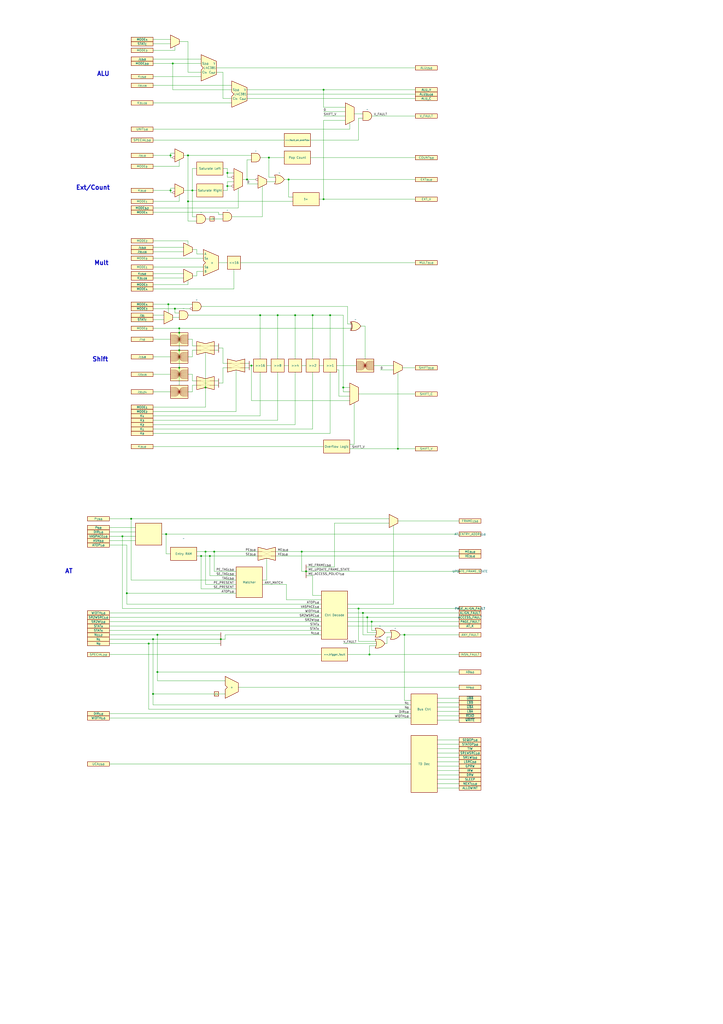
<source format=kicad_sch>
(kicad_sch (version 20231120) (generator "eeschema") (generator_version "8.0")
  (paper "A2" portrait)
  (junction (at 104.14 190.5))
  (junction (at 91.44 368.3))
  (junction (at 73.66 344.17))
  (junction (at 191.77 182.88))
  (junction (at 76.2 300.99))
  (junction (at 146.05 212.09))
  (junction (at 167.64 104.14))
  (junction (at 187.96 52.07))
  (junction (at 104.14 213.36))
  (junction (at 86.36 373.38))
  (junction (at 100.33 36.83))
  (junction (at 208.28 353.06))
  (junction (at 143.51 104.14))
  (junction (at 88.9 402.59))
  (junction (at 91.44 389.89))
  (junction (at 121.92 322.58))
  (junction (at 231.14 260.35))
  (junction (at 215.9 360.68))
  (junction (at 210.82 355.6))
  (junction (at 119.38 224.79))
  (junction (at 119.38 320.04))
  (junction (at 234.95 368.3))
  (junction (at 177.8 331.47))
  (junction (at 99.06 90.17))
  (junction (at 71.12 311.15))
  (junction (at 88.9 370.84))
  (junction (at 214.63 379.73))
  (junction (at 171.45 182.88))
  (junction (at 104.14 193.04))
  (junction (at 97.79 176.53))
  (junction (at 161.29 182.88))
  (junction (at 132.08 107.95))
  (junction (at 111.76 110.49))
  (junction (at 175.26 320.04))
  (junction (at 156.21 91.44))
  (junction (at 96.52 309.88))
  (junction (at 101.6 179.07))
  (junction (at 116.84 322.58))
  (junction (at 199.39 224.79))
  (junction (at 104.14 203.2))
  (junction (at 124.46 320.04))
  (junction (at 128.27 370.84))
  (junction (at 187.96 115.57))
  (junction (at 213.36 358.14))
  (junction (at 132.08 100.33))
  (junction (at 151.13 182.88))
  (junction (at 109.22 90.17))
  (junction (at 181.61 182.88))
  (junction (at 109.22 116.84))
  (junction (at 99.06 110.49))
  (wire (pts (xy 201.93 360.68) (xy 215.9 360.68)))
  (wire (pts (xy 88.9 158.75) (xy 106.68 158.75)))
  (wire (pts (xy 109.22 90.17) (xy 109.22 116.84)))
  (wire (pts (xy 88.9 238.76) (xy 137.16 238.76)))
  (wire (pts (xy 170.18 114.3) (xy 167.64 114.3)))
  (wire (pts (xy 88.9 110.49) (xy 99.06 110.49)))
  (wire (pts (xy 205.74 233.68) (xy 205.74 257.81)))
  (wire (pts (xy 119.38 204.47) (xy 119.38 224.79)))
  (wire (pts (xy 88.9 139.7) (xy 109.22 139.7)))
  (wire (pts (xy 195.58 212.09) (xy 207.01 212.09)))
  (wire (pts (xy 171.45 182.88) (xy 181.61 182.88)))
  (wire (pts (xy 215.9 360.68) (xy 266.7 360.68)))
  (wire (pts (xy 116.84 341.63) (xy 116.84 322.58)))
  (wire (pts (xy 88.9 123.19) (xy 127 123.19)))
  (wire (pts (xy 128.27 370.84) (xy 130.81 370.84)))
  (wire (pts (xy 124.46 127) (xy 129.54 127)))
  (wire (pts (xy 109.22 128.27) (xy 109.22 116.84)))
  (wire (pts (xy 88.9 402.59) (xy 88.9 408.94)))
  (wire (pts (xy 63.5 316.23) (xy 73.66 316.23)))
  (wire (pts (xy 160.02 320.04) (xy 175.26 320.04)))
  (wire (pts (xy 199.39 182.88) (xy 191.77 182.88)))
  (wire (pts (xy 88.9 120.65) (xy 138.43 120.65)))
  (wire (pts (xy 151.13 182.88) (xy 161.29 182.88)))
  (wire (pts (xy 166.37 347.98) (xy 186.69 347.98)))
  (wire (pts (xy 181.61 182.88) (xy 191.77 182.88)))
  (wire (pts (xy 124.46 200.66) (xy 127 200.66)))
  (wire (pts (xy 63.5 373.38) (xy 86.36 373.38)))
  (wire (pts (xy 111.76 125.73) (xy 114.3 125.73)))
  (wire (pts (xy 234.95 368.3) (xy 266.7 368.3)))
  (wire (pts (xy 101.6 109.22) (xy 99.06 109.22)))
  (wire (pts (xy 129.54 124.46) (xy 127 124.46)))
  (wire (pts (xy 231.14 260.35) (xy 241.3 260.35)))
  (wire (pts (xy 124.46 331.47) (xy 137.16 331.47)))
  (wire (pts (xy 191.77 182.88) (xy 191.77 208.28)))
  (wire (pts (xy 129.54 57.15) (xy 134.62 57.15)))
  (wire (pts (xy 104.14 92.71) (xy 104.14 96.52)))
  (wire (pts (xy 132.08 107.95) (xy 134.62 107.95)))
  (wire (pts (xy 146.05 212.09) (xy 147.32 212.09)))
  (wire (pts (xy 109.22 182.88) (xy 151.13 182.88)))
  (wire (pts (xy 101.6 181.61) (xy 101.6 179.07)))
  (wire (pts (xy 218.44 368.3) (xy 210.82 368.3)))
  (wire (pts (xy 97.79 176.53) (xy 88.9 176.53)))
  (wire (pts (xy 88.9 74.93) (xy 203.2 74.93)))
  (wire (pts (xy 144.78 212.09) (xy 146.05 212.09)))
  (wire (pts (xy 104.14 113.03) (xy 104.14 116.84)))
  (wire (pts (xy 76.2 300.99) (xy 226.06 300.99)))
  (wire (pts (xy 88.9 81.28) (xy 165.1 81.28)))
  (wire (pts (xy 88.9 179.07) (xy 101.6 179.07)))
  (wire (pts (xy 138.43 398.78) (xy 266.7 398.78)))
  (wire (pts (xy 185.42 115.57) (xy 187.96 115.57)))
  (wire (pts (xy 254 431.8) (xy 266.7 431.8)))
  (wire (pts (xy 180.34 91.44) (xy 241.3 91.44)))
  (wire (pts (xy 63.5 355.6) (xy 186.69 355.6)))
  (wire (pts (xy 177.8 328.93) (xy 194.31 328.93)))
  (wire (pts (xy 88.9 259.08) (xy 187.96 259.08)))
  (wire (pts (xy 106.68 110.49) (xy 111.76 110.49)))
  (wire (pts (xy 111.76 160.02) (xy 114.3 160.02)))
  (wire (pts (xy 132.08 105.41) (xy 135.89 105.41)))
  (wire (pts (xy 208.28 372.11) (xy 208.28 353.06)))
  (wire (pts (xy 201.93 350.52) (xy 228.6 350.52)))
  (wire (pts (xy 111.76 110.49) (xy 111.76 97.79)))
  (wire (pts (xy 160.02 102.87) (xy 156.21 102.87)))
  (wire (pts (xy 88.9 217.17) (xy 99.06 217.17)))
  (wire (pts (xy 88.9 90.17) (xy 99.06 90.17)))
  (wire (pts (xy 146.05 212.09) (xy 146.05 232.41)))
  (wire (pts (xy 97.79 176.53) (xy 111.76 176.53)))
  (wire (pts (xy 161.29 182.88) (xy 161.29 208.28)))
  (wire (pts (xy 254 439.42) (xy 266.7 439.42)))
  (wire (pts (xy 210.82 355.6) (xy 266.7 355.6)))
  (wire (pts (xy 111.76 220.98) (xy 114.3 220.98)))
  (wire (pts (xy 111.76 207.01) (xy 109.22 207.01)))
  (wire (pts (xy 135.89 100.33) (xy 132.08 100.33)))
  (wire (pts (xy 166.37 339.09) (xy 166.37 347.98)))
  (wire (pts (xy 213.36 358.14) (xy 213.36 367.03)))
  (wire (pts (xy 119.38 320.04) (xy 119.38 339.09)))
  (wire (pts (xy 73.66 344.17) (xy 137.16 344.17)))
  (wire (pts (xy 91.44 368.3) (xy 128.27 368.3)))
  (wire (pts (xy 161.29 182.88) (xy 171.45 182.88)))
  (wire (pts (xy 254 454.66) (xy 266.7 454.66)))
  (wire (pts (xy 213.36 358.14) (xy 266.7 358.14)))
  (wire (pts (xy 88.9 143.51) (xy 106.68 143.51)))
  (wire (pts (xy 143.51 92.71) (xy 143.51 104.14)))
  (wire (pts (xy 111.76 144.78) (xy 114.3 144.78)))
  (wire (pts (xy 111.76 223.52) (xy 111.76 227.33)))
  (wire (pts (xy 132.08 100.33) (xy 132.08 97.79)))
  (wire (pts (xy 111.76 125.73) (xy 111.76 110.49)))
  (wire (pts (xy 63.5 360.68) (xy 186.69 360.68)))
  (wire (pts (xy 99.06 111.76) (xy 100.33 111.76)))
  (wire (pts (xy 86.36 373.38) (xy 86.36 411.48)))
  (wire (pts (xy 121.92 322.58) (xy 149.86 322.58)))
  (wire (pts (xy 254 429.26) (xy 266.7 429.26)))
  (wire (pts (xy 215.9 360.68) (xy 215.9 365.76)))
  (wire (pts (xy 71.12 311.15) (xy 78.74 311.15)))
  (wire (pts (xy 204.47 187.96) (xy 201.93 187.96)))
  (wire (pts (xy 156.21 91.44) (xy 165.1 91.44)))
  (wire (pts (xy 119.38 320.04) (xy 124.46 320.04)))
  (wire (pts (xy 109.22 196.85) (xy 111.76 196.85)))
  (wire (pts (xy 201.93 177.8) (xy 116.84 177.8)))
  (wire (pts (xy 201.93 187.96) (xy 201.93 177.8)))
  (wire (pts (xy 154.94 212.09) (xy 157.48 212.09)))
  (wire (pts (xy 224.79 369.57) (xy 224.79 373.38)))
  (wire (pts (xy 129.54 213.36) (xy 129.54 222.25)))
  (wire (pts (xy 215.9 67.31) (xy 241.3 67.31)))
  (wire (pts (xy 171.45 215.9) (xy 171.45 246.38)))
  (wire (pts (xy 63.5 358.14) (xy 186.69 358.14)))
  (wire (pts (xy 63.5 365.76) (xy 186.69 365.76)))
  (wire (pts (xy 177.8 334.01) (xy 181.61 334.01)))
  (wire (pts (xy 127 152.4) (xy 132.08 152.4)))
  (wire (pts (xy 231.14 302.26) (xy 266.7 302.26)))
  (wire (pts (xy 203.2 227.33) (xy 199.39 227.33)))
  (wire (pts (xy 167.64 104.14) (xy 241.3 104.14)))
  (wire (pts (xy 114.3 157.48) (xy 118.11 157.48)))
  (wire (pts (xy 73.66 316.23) (xy 73.66 344.17)))
  (wire (pts (xy 254 449.58) (xy 266.7 449.58)))
  (wire (pts (xy 254 417.83) (xy 266.7 417.83)))
  (wire (pts (xy 63.5 306.07) (xy 78.74 306.07)))
  (wire (pts (xy 114.3 110.49) (xy 111.76 110.49)))
  (wire (pts (xy 91.44 368.3) (xy 91.44 389.89)))
  (wire (pts (xy 199.39 373.38) (xy 218.44 373.38)))
  (wire (pts (xy 124.46 220.98) (xy 127 220.98)))
  (wire (pts (xy 254 407.67) (xy 266.7 407.67)))
  (wire (pts (xy 146.05 92.71) (xy 143.51 92.71)))
  (wire (pts (xy 187.96 69.85) (xy 200.66 69.85)))
  (wire (pts (xy 88.9 161.29) (xy 106.68 161.29)))
  (wire (pts (xy 208.28 81.28) (xy 208.28 68.58)))
  (wire (pts (xy 124.46 320.04) (xy 124.46 331.47)))
  (wire (pts (xy 109.22 139.7) (xy 109.22 142.24)))
  (wire (pts (xy 63.5 379.73) (xy 186.69 379.73)))
  (wire (pts (xy 109.22 217.17) (xy 111.76 217.17)))
  (wire (pts (xy 227.33 369.57) (xy 224.79 369.57)))
  (wire (pts (xy 88.9 227.33) (xy 99.06 227.33)))
  (wire (pts (xy 223.52 367.03) (xy 227.33 367.03)))
  (wire (pts (xy 91.44 394.97) (xy 91.44 389.89)))
  (wire (pts (xy 104.14 181.61) (xy 101.6 181.61)))
  (wire (pts (xy 212.09 189.23) (xy 212.09 208.28)))
  (wire (pts (xy 203.2 71.12) (xy 203.2 74.93)))
  (wire (pts (xy 88.9 44.45) (xy 116.84 44.45)))
  (wire (pts (xy 187.96 64.77) (xy 200.66 64.77)))
  (wire (pts (xy 114.3 203.2) (xy 111.76 203.2)))
  (wire (pts (xy 160.02 322.58) (xy 266.7 322.58)))
  (wire (pts (xy 218.44 367.03) (xy 213.36 367.03)))
  (wire (pts (xy 132.08 102.87) (xy 132.08 100.33)))
  (wire (pts (xy 114.3 144.78) (xy 114.3 147.32)))
  (wire (pts (xy 203.2 229.87) (xy 196.85 229.87)))
  (wire (pts (xy 114.3 322.58) (xy 116.84 322.58)))
  (wire (pts (xy 201.93 353.06) (xy 208.28 353.06)))
  (wire (pts (xy 214.63 374.65) (xy 214.63 379.73)))
  (wire (pts (xy 217.17 212.09) (xy 228.6 212.09)))
  (wire (pts (xy 201.93 355.6) (xy 210.82 355.6)))
  (wire (pts (xy 137.16 214.63) (xy 137.16 238.76)))
  (wire (pts (xy 119.38 236.22) (xy 88.9 236.22)))
  (wire (pts (xy 88.9 146.05) (xy 106.68 146.05)))
  (wire (pts (xy 109.22 116.84) (xy 170.18 116.84)))
  (wire (pts (xy 104.14 213.36) (xy 104.14 223.52)))
  (wire (pts (xy 135.89 156.21) (xy 135.89 167.64)))
  (wire (pts (xy 109.22 227.33) (xy 111.76 227.33)))
  (wire (pts (xy 114.3 147.32) (xy 118.11 147.32)))
  (wire (pts (xy 124.46 320.04) (xy 149.86 320.04)))
  (wire (pts (xy 175.26 212.09) (xy 177.8 212.09)))
  (wire (pts (xy 203.2 260.35) (xy 231.14 260.35)))
  (wire (pts (xy 187.96 67.31) (xy 200.66 67.31)))
  (wire (pts (xy 143.51 52.07) (xy 187.96 52.07)))
  (wire (pts (xy 185.42 212.09) (xy 187.96 212.09)))
  (wire (pts (xy 199.39 224.79) (xy 203.2 224.79)))
  (wire (pts (xy 234.95 368.3) (xy 234.95 406.4)))
  (wire (pts (xy 208.28 68.58) (xy 210.82 68.58)))
  (wire (pts (xy 254 415.29) (xy 266.7 415.29)))
  (wire (pts (xy 119.38 127) (xy 121.92 127)))
  (wire (pts (xy 63.5 414.02) (xy 238.76 414.02)))
  (wire (pts (xy 125.73 41.91) (xy 129.54 41.91)))
  (wire (pts (xy 129.54 41.91) (xy 129.54 57.15)))
  (wire (pts (xy 71.12 311.15) (xy 71.12 353.06)))
  (wire (pts (xy 156.21 91.44) (xy 151.13 91.44)))
  (wire (pts (xy 152.4 336.55) (xy 154.94 336.55)))
  (wire (pts (xy 109.22 90.17) (xy 146.05 90.17)))
  (wire (pts (xy 63.5 313.69) (xy 78.74 313.69)))
  (wire (pts (xy 88.9 34.29) (xy 116.84 34.29)))
  (wire (pts (xy 76.2 336.55) (xy 137.16 336.55)))
  (wire (pts (xy 63.5 300.99) (xy 76.2 300.99)))
  (wire (pts (xy 201.93 363.22) (xy 266.7 363.22)))
  (wire (pts (xy 232.41 368.3) (xy 234.95 368.3)))
  (wire (pts (xy 114.3 320.04) (xy 119.38 320.04)))
  (wire (pts (xy 224.79 373.38) (xy 223.52 373.38)))
  (wire (pts (xy 130.81 368.3) (xy 130.81 370.84)))
  (wire (pts (xy 254 434.34) (xy 266.7 434.34)))
  (wire (pts (xy 111.76 203.2) (xy 111.76 207.01)))
  (wire (pts (xy 146.05 232.41) (xy 203.2 232.41)))
  (wire (pts (xy 195.58 214.63) (xy 196.85 214.63)))
  (wire (pts (xy 181.61 215.9) (xy 181.61 248.92)))
  (wire (pts (xy 88.9 49.53) (xy 134.62 49.53)))
  (wire (pts (xy 119.38 224.79) (xy 119.38 236.22)))
  (wire (pts (xy 88.9 182.88) (xy 95.25 182.88)))
  (wire (pts (xy 63.5 308.61) (xy 78.74 308.61)))
  (wire (pts (xy 106.68 90.17) (xy 109.22 90.17)))
  (wire (pts (xy 254 452.12) (xy 266.7 452.12)))
  (wire (pts (xy 218.44 372.11) (xy 208.28 372.11)))
  (wire (pts (xy 208.28 353.06) (xy 266.7 353.06)))
  (wire (pts (xy 71.12 353.06) (xy 186.69 353.06)))
  (wire (pts (xy 142.24 213.36) (xy 144.78 213.36)))
  (wire (pts (xy 63.5 311.15) (xy 71.12 311.15)))
  (wire (pts (xy 234.95 406.4) (xy 238.76 406.4)))
  (wire (pts (xy 205.74 66.04) (xy 210.82 66.04)))
  (wire (pts (xy 203.2 257.81) (xy 205.74 257.81)))
  (wire (pts (xy 88.9 29.21) (xy 101.6 29.21)))
  (wire (pts (xy 199.39 182.88) (xy 199.39 224.79)))
  (wire (pts (xy 171.45 182.88) (xy 171.45 208.28)))
  (wire (pts (xy 88.9 149.86) (xy 118.11 149.86)))
  (wire (pts (xy 119.38 339.09) (xy 137.16 339.09)))
  (wire (pts (xy 187.96 52.07) (xy 187.96 62.23)))
  (wire (pts (xy 104.14 116.84) (xy 88.9 116.84)))
  (wire (pts (xy 254 447.04) (xy 266.7 447.04)))
  (wire (pts (xy 138.43 109.22) (xy 138.43 120.65)))
  (wire (pts (xy 104.14 203.2) (xy 104.14 213.36)))
  (wire (pts (xy 254 444.5) (xy 266.7 444.5)))
  (wire (pts (xy 114.3 157.48) (xy 114.3 160.02)))
  (wire (pts (xy 99.06 109.22) (xy 99.06 110.49)))
  (wire (pts (xy 201.93 358.14) (xy 213.36 358.14)))
  (wire (pts (xy 73.66 350.52) (xy 186.69 350.52)))
  (wire (pts (xy 121.92 334.01) (xy 137.16 334.01)))
  (wire (pts (xy 143.51 104.14) (xy 140.97 104.14)))
  (wire (pts (xy 99.06 90.17) (xy 99.06 91.44)))
  (wire (pts (xy 63.5 443.23) (xy 238.76 443.23)))
  (wire (pts (xy 88.9 196.85) (xy 99.06 196.85)))
  (wire (pts (xy 88.9 36.83) (xy 100.33 36.83)))
  (wire (pts (xy 88.9 251.46) (xy 191.77 251.46)))
  (wire (pts (xy 124.46 402.59) (xy 88.9 402.59)))
  (wire (pts (xy 104.14 190.5) (xy 104.14 193.04)))
  (wire (pts (xy 93.98 309.88) (xy 96.52 309.88)))
  (wire (pts (xy 109.22 128.27) (xy 114.3 128.27)))
  (wire (pts (xy 143.51 57.15) (xy 241.3 57.15)))
  (wire (pts (xy 114.3 97.79) (xy 111.76 97.79)))
  (wire (pts (xy 254 412.75) (xy 266.7 412.75)))
  (wire (pts (xy 134.62 125.73) (xy 152.4 125.73)))
  (wire (pts (xy 143.51 54.61) (xy 241.3 54.61)))
  (wire (pts (xy 96.52 309.88) (xy 96.52 321.31)))
  (wire (pts (xy 152.4 339.09) (xy 166.37 339.09)))
  (wire (pts (xy 88.9 243.84) (xy 161.29 243.84)))
  (wire (pts (xy 88.9 165.1) (xy 109.22 165.1)))
  (wire (pts (xy 132.08 213.36) (xy 129.54 213.36)))
  (wire (pts (xy 142.24 210.82) (xy 144.78 210.82)))
  (wire (pts (xy 109.22 24.13) (xy 109.22 41.91)))
  (wire (pts (xy 143.51 104.14) (xy 148.59 104.14)))
  (wire (pts (xy 165.1 104.14) (xy 167.64 104.14)))
  (wire (pts (xy 134.62 52.07) (xy 100.33 52.07)))
  (wire (pts (xy 214.63 379.73) (xy 266.7 379.73)))
  (wire (pts (xy 165.1 212.09) (xy 167.64 212.09)))
  (wire (pts (xy 156.21 102.87) (xy 156.21 91.44)))
  (wire (pts (xy 111.76 217.17) (xy 111.76 220.98)))
  (wire (pts (xy 88.9 408.94) (xy 238.76 408.94)))
  (wire (pts (xy 139.7 152.4) (xy 241.3 152.4)))
  (wire (pts (xy 161.29 215.9) (xy 161.29 243.84)))
  (wire (pts (xy 111.76 200.66) (xy 114.3 200.66)))
  (wire (pts (xy 88.9 241.3) (xy 151.13 241.3)))
  (wire (pts (xy 88.9 248.92) (xy 181.61 248.92)))
  (wire (pts (xy 187.96 62.23) (xy 200.66 62.23)))
  (wire (pts (xy 124.46 223.52) (xy 127 223.52)))
  (wire (pts (xy 212.09 189.23) (xy 209.55 189.23)))
  (wire (pts (xy 88.9 246.38) (xy 171.45 246.38)))
  (wire (pts (xy 104.14 24.13) (xy 109.22 24.13)))
  (wire (pts (xy 88.9 190.5) (xy 104.14 190.5)))
  (wire (pts (xy 132.08 110.49) (xy 132.08 107.95)))
  (wire (pts (xy 231.14 215.9) (xy 231.14 260.35)))
  (wire (pts (xy 88.9 22.86) (xy 99.06 22.86)))
  (wire (pts (xy 130.81 368.3) (xy 186.69 368.3)))
  (wire (pts (xy 63.5 363.22) (xy 186.69 363.22)))
  (wire (pts (xy 129.54 97.79) (xy 132.08 97.79)))
  (wire (pts (xy 127 201.93) (xy 129.54 201.93)))
  (wire (pts (xy 127 124.46) (xy 127 123.19)))
  (wire (pts (xy 101.6 179.07) (xy 110.49 179.07)))
  (wire (pts (xy 175.26 320.04) (xy 266.7 320.04)))
  (wire (pts (xy 88.9 154.94) (xy 118.11 154.94)))
  (wire (pts (xy 104.14 193.04) (xy 104.14 203.2)))
  (wire (pts (xy 191.77 215.9) (xy 191.77 251.46)))
  (wire (pts (xy 114.3 223.52) (xy 111.76 223.52)))
  (wire (pts (xy 254 436.88) (xy 266.7 436.88)))
  (wire (pts (xy 125.73 39.37) (xy 241.3 39.37)))
  (wire (pts (xy 201.93 379.73) (xy 214.63 379.73)))
  (wire (pts (xy 181.61 345.44) (xy 186.69 345.44)))
  (wire (pts (xy 130.81 402.59) (xy 127 402.59)))
  (wire (pts (xy 88.9 370.84) (xy 128.27 370.84)))
  (wire (pts (xy 101.6 26.67) (xy 101.6 29.21)))
  (wire (pts (xy 76.2 300.99) (xy 76.2 336.55)))
  (wire (pts (xy 129.54 210.82) (xy 132.08 210.82)))
  (wire (pts (xy 99.06 90.17) (xy 99.06 88.9)))
  (wire (pts (xy 63.5 370.84) (xy 88.9 370.84)))
  (wire (pts (xy 175.26 331.47) (xy 177.8 331.47)))
  (wire (pts (xy 91.44 389.89) (xy 266.7 389.89)))
  (wire (pts (xy 254 457.2) (xy 266.7 457.2)))
  (wire (pts (xy 88.9 96.52) (xy 104.14 96.52)))
  (wire (pts (xy 88.9 167.64) (xy 135.89 167.64)))
  (wire (pts (xy 220.98 214.63) (xy 228.6 214.63)))
  (wire (pts (xy 99.06 321.31) (xy 96.52 321.31)))
  (wire (pts (xy 187.96 52.07) (xy 241.3 52.07)))
  (wire (pts (xy 181.61 345.44) (xy 181.61 334.01)))
  (wire (pts (xy 73.66 344.17) (xy 73.66 350.52)))
  (wire (pts (xy 254 441.96) (xy 266.7 441.96)))
  (wire (pts (xy 151.13 182.88) (xy 151.13 208.28)))
  (wire (pts (xy 210.82 368.3) (xy 210.82 355.6)))
  (wire (pts (xy 132.08 107.95) (xy 132.08 105.41)))
  (wire (pts (xy 99.06 88.9) (xy 101.6 88.9)))
  (wire (pts (xy 194.31 328.93) (xy 194.31 303.53)))
  (wire (pts (xy 109.22 165.1) (xy 109.22 162.56)))
  (wire (pts (xy 86.36 411.48) (xy 238.76 411.48)))
  (wire (pts (xy 218.44 365.76) (xy 215.9 365.76)))
  (wire (pts (xy 97.79 181.61) (xy 97.79 176.53)))
  (wire (pts (xy 104.14 190.5) (xy 204.47 190.5)))
  (wire (pts (xy 88.9 370.84) (xy 88.9 402.59)))
  (wire (pts (xy 177.8 331.47) (xy 266.7 331.47)))
  (wire (pts (xy 151.13 215.9) (xy 151.13 241.3)))
  (wire (pts (xy 88.9 59.69) (xy 134.62 59.69)))
  (wire (pts (xy 111.76 196.85) (xy 111.76 200.66)))
  (wire (pts (xy 100.33 52.07) (xy 100.33 36.83)))
  (wire (pts (xy 96.52 309.88) (xy 266.7 309.88)))
  (wire (pts (xy 63.5 368.3) (xy 91.44 368.3)))
  (wire (pts (xy 154.94 336.55) (xy 154.94 323.85)))
  (wire (pts (xy 167.64 114.3) (xy 167.64 104.14)))
  (wire (pts (xy 99.06 91.44) (xy 100.33 91.44)))
  (wire (pts (xy 88.9 185.42) (xy 95.25 185.42)))
  (wire (pts (xy 63.5 416.56) (xy 238.76 416.56)))
  (wire (pts (xy 116.84 322.58) (xy 121.92 322.58)))
  (wire (pts (xy 233.68 213.36) (xy 241.3 213.36)))
  (wire (pts (xy 129.54 222.25) (xy 127 222.25)))
  (wire (pts (xy 116.84 341.63) (xy 137.16 341.63)))
  (wire (pts (xy 124.46 203.2) (xy 127 203.2)))
  (wire (pts (xy 109.22 41.91) (xy 116.84 41.91)))
  (wire (pts (xy 132.08 110.49) (xy 129.54 110.49)))
  (wire (pts (xy 228.6 304.8) (xy 228.6 350.52)))
  (wire (pts (xy 149.86 106.68) (xy 143.51 106.68)))
  (wire (pts (xy 100.33 184.15) (xy 104.14 184.15)))
  (wire (pts (xy 218.44 374.65) (xy 214.63 374.65)))
  (wire (pts (xy 254 405.13) (xy 266.7 405.13)))
  (wire (pts (xy 196.85 214.63) (xy 196.85 229.87)))
  (wire (pts (xy 208.28 228.6) (xy 241.3 228.6)))
  (wire (pts (xy 187.96 69.85) (xy 187.96 115.57)))
  (wire (pts (xy 187.96 115.57) (xy 241.3 115.57)))
  (wire (pts (xy 86.36 373.38) (xy 128.27 373.38)))
  (wire (pts (xy 160.02 105.41) (xy 154.94 105.41)))
  (wire (pts (xy 134.62 102.87) (xy 132.08 102.87)))
  (wire (pts (xy 194.31 303.53) (xy 226.06 303.53)))
  (wire (pts (xy 99.06 110.49) (xy 99.06 111.76)))
  (wire (pts (xy 100.33 36.83) (xy 116.84 36.83)))
  (wire (pts (xy 180.34 81.28) (xy 208.28 81.28)))
  (wire (pts (xy 88.9 207.01) (xy 99.06 207.01)))
  (wire (pts (xy 152.4 107.95) (xy 152.4 125.73)))
  (wire (pts (xy 130.81 394.97) (xy 91.44 394.97)))
  (wire (pts (xy 175.26 331.47) (xy 175.26 320.04)))
  (wire (pts (xy 121.92 334.01) (xy 121.92 322.58)))
  (wire (pts (xy 129.54 201.93) (xy 129.54 210.82)))
  (wire (pts (xy 88.9 25.4) (xy 99.06 25.4)))
  (wire (pts (xy 254 410.21) (xy 266.7 410.21)))
  (wire (pts (xy 181.61 182.88) (xy 181.61 208.28)))
  (wire (pts (xy 199.39 224.79) (xy 199.39 227.33)))
  (text "AT" (at 42.418 331.47 0) (effects (font (size 2.54 2.54) (thickness 0.508) (bold yes)) (justify right)))
  (text "ALU" (at 63.754 42.926 0) (effects (font (size 2.54 2.54) (thickness 0.508) (bold yes)) (justify right)))
  (text "Shift" (at 62.992 208.534 0) (effects (font (size 2.54 2.54) (thickness 0.508) (bold yes)) (justify right)))
  (text "Ext/Count" (at 64.008 108.966 0) (effects (font (size 2.54 2.54) (thickness 0.508) (bold yes)) (justify right)))
  (text "Mult" (at 63.246 152.654 0) (effects (font (size 2.54 2.54) (thickness 0.508) (bold yes)) (justify right)))
  (label "WIDTH_{1:0}" (at 185.42 355.6 180))
  (label "VASPACE_{1:0}" (at 185.42 353.06 180))
  (label "V_FAULT" (at 199.39 373.38 0))
  (label "SHIFT_V" (at 187.96 67.31 0))
  (label "ME_UPDATE_FRAME_STATE" (at 179.07 331.47 0))
  (label "SE_TAG_{13:0}" (at 135.89 334.01 180))
  (label "PE_{31:0}" (at 148.59 320.04 180))
  (label "N_{0}" (at 237.49 411.48 180))
  (label "STAT_{K}" (at 185.42 365.76 180))
  (label "TAG_{13:0}" (at 135.89 336.55 180))
  (label "DIR_{1:0}" (at 237.49 414.02 180))
  (label "ATOP_{1:0}" (at 185.42 350.52 180))
  (label "WIDTH_{1:0}" (at 237.49 416.56 180))
  (label "N_{11:0}" (at 185.42 368.3 180))
  (label "ANY_MATCH" (at 153.67 339.09 0))
  (label "ME_FRAME_{13:0}" (at 179.07 328.93 0))
  (label "N_{1}" (at 237.49 408.94 180))
  (label "0" (at 220.98 214.63 0))
  (label "SR2WSRC_{1:0}" (at 185.42 358.14 180))
  (label "SR2WI_{2:0}" (at 185.42 360.68 180))
  (label "STAT_{A}" (at 185.42 363.22 180))
  (label "SE_{31:0}" (at 148.59 322.58 180))
  (label "0" (at 143.51 106.68 0))
  (label "ME_{31:0}" (at 161.29 320.04 0))
  (label "XE_{31:0}" (at 161.29 322.58 0))
  (label "PE_PRESENT" (at 135.89 339.09 180))
  (label "ME_ACCESS_POLICY_{1:0}" (at 179.07 334.01 0))
  (label "ATOP_{1:0}" (at 135.89 344.17 180))
  (label "V_FAULT" (at 217.17 67.31 0))
  (label "SE_PRESENT" (at 135.89 341.63 180))
  (label "SHIFT_V" (at 204.47 260.35 0))
  (label "0" (at 187.96 64.77 0))
  (label "PE_TAG_{13:0}" (at 135.89 331.47 180))
  (symbol (lib_name "symbols:reg_thin") (lib_id "symbols:reg_thin") (at 247.65 67.31 0) (unit 1)
    (property "Reference" "U261" (effects (hide yes)))
    (property "Value" "V_FAULT" (at 247.65 67.31 0))
  )
  (symbol (lib_id "symbols:reg_thin") (at 82.55 116.84 0) (mirror x) (unit 1)
    (property "Reference" "U104" (effects (hide yes)))
    (property "Value" "MODE_{1}" (at 82.55 116.84 0))
  )
  (symbol (lib_name "symbols:reg_thin") (lib_id "symbols:reg_thin") (at 82.55 243.84 0) (unit 1)
    (property "Reference" "U159" (effects (hide yes)))
    (property "Value" "K_{3}" (at 82.55 243.84 0))
  )
  (symbol (lib_name "symbols:reg_thin") (lib_id "symbols:reg_thin") (at 273.05 322.58 0) (unit 1)
    (property "Reference" "U186" (effects (hide yes)))
    (property "Value" "XE_{31:0}" (at 273.05 322.58 0))
  )
  (symbol (lib_id "symbols:adder") (at 134.62 398.78 0) (unit 1)
    (property "Reference" "U206" (effects (hide yes)))
    (property "Value" "+" (at 134.62 398.78 0))
  )
  (symbol (lib_id "symbols:reg_thin") (at 82.55 34.29 0) (unit 1)
    (property "Reference" "U64" (effects (hide yes)))
    (property "Value" "J_{15:0}" (at 82.55 34.29 0))
  )
  (symbol (lib_id "symbols:reg_thin") (at 82.55 90.17 0) (unit 1)
    (property "Reference" "U90" (effects (hide yes)))
    (property "Value" "J_{31:0}" (at 82.55 90.17 0))
  )
  (symbol (lib_id "symbols:reg_thin") (at 82.55 123.19 0) (unit 1)
    (property "Reference" "U111" (effects (hide yes)))
    (property "Value" "MODE_{4}" (at 82.55 123.19 0))
  )
  (symbol (lib_name "symbols:bitreverse") (lib_id "symbols:bitreverse") (at 104.14 196.85 0) (mirror x) (unit 1)
    (property "Reference" "U144" (effects (hide yes)))
  )
  (symbol (lib_name "symbols:reg_thin") (lib_id "symbols:reg_thin") (at 247.65 104.14 0) (unit 1)
    (property "Reference" "U116" (effects (hide yes)))
    (property "Value" "EXT_{31:0}" (at 247.65 104.14 0))
  )
  (symbol (lib_id "symbols:split1_3") (at 177.8 331.47 0) (unit 1)
    (property "Reference" "U439" (effects (hide yes)))
    (property "Value" "map" (effects (hide yes)))
  )
  (symbol (lib_id "symbols:reg_thin") (at 82.55 120.65 0) (mirror x) (unit 1)
    (property "Reference" "U107" (effects (hide yes)))
    (property "Value" "MODE_{3:2}" (at 82.55 120.65 0))
  )
  (symbol (lib_id "symbols:map5_6") (at 246.38 411.48 0) (unit 1)
    (property "Reference" "U229" (effects (hide yes)))
    (property "Value" "Bus Ctrl" (at 246.38 411.48 0))
  )
  (symbol (lib_id "symbols:or2") (at 162.56 104.14 0) (unit 1)
    (property "Reference" "U108" (effects (hide yes)))
    (property "Value" "~" (at 162.306 100.33 0))
  )
  (symbol (lib_name "symbols:reg_thin") (lib_id "symbols:reg_thin") (at 57.15 373.38 0) (unit 1)
    (property "Reference" "U214" (effects (hide yes)))
    (property "Value" "N_{0}" (at 57.15 373.38 0))
  )
  (symbol (lib_id "symbols:reg_thin") (at 82.55 143.51 0) (unit 1)
    (property "Reference" "U122" (effects (hide yes)))
    (property "Value" "J_{15:0}" (at 82.55 143.51 0))
  )
  (symbol (lib_name "symbols:reg_thin") (lib_id "symbols:reg_thin") (at 57.15 414.02 0) (unit 1)
    (property "Reference" "U251" (effects (hide yes)))
    (property "Value" "DIR_{1:0}" (at 57.15 414.02 0))
  )
  (symbol (lib_name "symbols:reg_thin") (lib_id "symbols:reg_thin") (at 82.55 207.01 0) (unit 1)
    (property "Reference" "U139" (effects (hide yes)))
    (property "Value" "J_{15:8}" (at 82.55 207.01 0))
  )
  (symbol (lib_name "symbols:reg_thin") (lib_id "symbols:reg_thin") (at 82.55 251.46 0) (unit 1)
    (property "Reference" "U162" (effects (hide yes)))
    (property "Value" "K_{0}" (at 82.55 251.46 0))
  )
  (symbol (lib_name "symbols:reg_thin") (lib_id "symbols:reg_thin") (at 273.05 302.26 0) (unit 1)
    (property "Reference" "U188" (effects (hide yes)))
    (property "Value" "FRAME_{13:0}" (at 273.05 302.26 0))
  )
  (symbol (lib_id "symbols:reg_thin") (at 82.55 154.94 0) (mirror x) (unit 1)
    (property "Reference" "U126" (effects (hide yes)))
    (property "Value" "MODE_{1}" (at 82.55 154.94 0))
  )
  (symbol (lib_name "symbols:reg_thin") (lib_id "symbols:reg_thin") (at 57.15 360.68 0) (unit 1)
    (property "Reference" "U176" (effects (hide yes)))
    (property "Value" "SR2WI_{2:0}" (at 57.15 360.68 0))
  )
  (symbol (lib_name "symbols:reg_thin") (lib_id "symbols:reg_thin") (at 273.05 457.2 0) (unit 1)
    (property "Reference" "U481" (effects (hide yes)))
    (property "Value" "ALLOWINT" (at 273.05 457.2 0))
  )
  (symbol (lib_name "map1_2_1") (lib_id "symbols:map1_2") (at 195.58 259.08 0) (unit 1)
    (property "Reference" "U253" (effects (hide yes)))
    (property "Value" "Overflow Logic" (at 195.58 259.08 0))
  )
  (symbol (lib_name "symbols:reg_thin") (lib_id "symbols:reg_thin") (at 57.15 358.14 0) (unit 1)
    (property "Reference" "U175" (effects (hide yes)))
    (property "Value" "SR2WSRC_{1:0}" (at 57.15 358.14 0))
  )
  (symbol (lib_name "symbols:or3") (lib_id "symbols:or3") (at 220.98 373.38 0) (unit 1)
    (property "Reference" "U258" (effects (hide yes)))
    (property "Value" "~" (at 220.726 369.57 0))
  )
  (symbol (lib_id "symbols:alu") (at 139.7 54.61 0) (unit 1)
    (property "Reference" "U81" (effects (hide yes)))
    (property "Value" "L4C381" (at 139.7 54.61 0))
  )
  (symbol (lib_name "symbols:reg_thin") (lib_id "symbols:reg_thin") (at 82.55 217.17 0) (unit 1)
    (property "Reference" "U140" (effects (hide yes)))
    (property "Value" "J_{23:16}" (at 82.55 217.17 0))
  )
  (symbol (lib_name "symbols:reg_thin") (lib_id "symbols:reg_thin") (at 82.55 238.76 0) (mirror x) (unit 1)
    (property "Reference" "U137" (effects (hide yes)))
    (property "Value" "MODE_{2}" (at 82.55 238.76 0))
  )
  (symbol (lib_name "symbols:reg_thin") (lib_id "symbols:reg_thin") (at 273.05 405.13 0) (unit 1)
    (property "Reference" "U219" (effects (hide yes)))
    (property "Value" "~{UBB}" (at 273.05 405.13 0))
  )
  (symbol (lib_id "symbols:mux2") (at 104.14 90.17 0) (unit 1)
    (property "Reference" "U89" (effects (hide yes)))
  )
  (symbol (lib_id "symbols:reg_thin") (at 82.55 146.05 0) (unit 1)
    (property "Reference" "U133" (effects (hide yes)))
    (property "Value" "J_{31:16}" (at 82.55 146.05 0))
  )
  (symbol (lib_name "symbols:reg_thin") (lib_id "symbols:reg_thin") (at 57.15 313.69 0) (unit 1)
    (property "Reference" "U170" (effects (hide yes)))
    (property "Value" "ASN_{3:0}" (at 57.15 313.69 0))
  )
  (symbol (lib_id "symbols:mux2") (at 109.22 160.02 0) (unit 1)
    (property "Reference" "U129" (effects (hide yes)))
  )
  (symbol (lib_name "symbols:map1_1_small") (lib_id "symbols:map1_1_small") (at 161.29 212.09 0) (unit 1)
    (property "Reference" "U153" (effects (hide yes)))
    (property "Value" ">>8" (at 161.29 212.09 0))
  )
  (symbol (lib_id "symbols:map1_1") (at 121.92 110.49 0) (unit 1)
    (property "Reference" "U100" (effects (hide yes)))
    (property "Value" "Saturate Right" (at 121.92 110.49 0))
  )
  (symbol (lib_id "symbols:reg_thin") (at 82.55 110.49 0) (unit 1)
    (property "Reference" "U121" (effects (hide yes)))
    (property "Value" "K_{31:0}" (at 82.55 110.49 0))
  )
  (symbol (lib_id "symbols:zx") (at 125.73 402.59 0) (unit 1)
    (property "Reference" "U217" (effects (hide yes)))
    (property "Value" "zx" (at 125.73 402.59 0))
  )
  (symbol (lib_name "mux2_2") (lib_id "symbols:mux2") (at 231.14 213.36 0) (unit 1)
    (property "Reference" "U493" (effects (hide yes)))
  )
  (symbol (lib_name "symbols:merge2_1") (lib_id "symbols:merge2_1") (at 127 222.25 0) (unit 1)
    (property "Reference" "U150" (effects (hide yes)))
    (property "Value" "map" (effects (hide yes)))
  )
  (symbol (lib_name "symbols:reg_thin") (lib_id "symbols:reg_thin") (at 82.55 259.08 0) (unit 1)
    (property "Reference" "U489" (effects (hide yes)))
    (property "Value" "K_{31:0}" (at 82.55 259.08 0))
  )
  (symbol (lib_name "symbols:reg_thin") (lib_id "symbols:reg_thin") (at 57.15 365.76 0) (unit 1)
    (property "Reference" "U190" (effects (hide yes)))
    (property "Value" "STAT_{K}" (at 57.15 365.76 0))
  )
  (symbol (lib_name "symbols:reg_thin") (lib_id "symbols:reg_thin") (at 273.05 436.88 0) (unit 1)
    (property "Reference" "U466" (effects (hide yes)))
    (property "Value" "SR1WSRC_{1:0}" (at 273.05 436.88 0))
  )
  (symbol (lib_id "symbols:reg_thin") (at 82.55 22.86 0) (unit 1)
    (property "Reference" "U88" (effects (hide yes)))
    (property "Value" "MODE_{4}" (at 82.55 22.86 0))
  )
  (symbol (lib_name "mux4_2") (lib_id "symbols:mux4") (at 205.74 228.6 0) (unit 1)
    (property "Reference" "U494" (effects (hide yes)))
  )
  (symbol (lib_id "symbols:map1_2") (at 106.68 321.31 0) (unit 1)
    (property "Reference" "U178" (effects (hide yes)))
    (property "Value" "Entry RAM" (at 106.68 321.31 0))
  )
  (symbol (lib_id "symbols:mux2") (at 109.22 144.78 0) (mirror x) (unit 1)
    (property "Reference" "U128" (effects (hide yes)))
  )
  (symbol (lib_id "symbols:reg_thin") (at 82.55 139.7 0) (mirror x) (unit 1)
    (property "Reference" "U132" (effects (hide yes)))
    (property "Value" "MODE_{2}" (at 82.55 139.7 0))
  )
  (symbol (lib_name "symbols:reg_thin") (lib_id "symbols:reg_thin") (at 247.65 228.6 0) (unit 1)
    (property "Reference" "U163" (effects (hide yes)))
    (property "Value" "SHIFT_C" (at 247.65 228.6 0))
  )
  (symbol (lib_name "symbols:reg_thin") (lib_id "symbols:reg_thin") (at 273.05 309.88 0) (unit 1)
    (property "Reference" "U182" (effects (hide yes)))
    (property "Value" "AT_ENTRY_ADDR_{11:0}" (at 273.05 309.88 0))
  )
  (symbol (lib_id "symbols:multiplier") (at 123.19 152.4 0) (unit 1)
    (property "Reference" "U118" (effects (hide yes)))
    (property "Value" "x" (at 123.19 152.4 0))
  )
  (symbol (lib_name "symbols:reg_thin") (lib_id "symbols:reg_thin") (at 273.05 444.5 0) (unit 1)
    (property "Reference" "U475" (effects (hide yes)))
    (property "Value" "GPRW" (at 273.05 444.5 0))
  )
  (symbol (lib_name "symbols:reg_thin") (lib_id "symbols:reg_thin") (at 247.65 54.61 0) (unit 1)
    (property "Reference" "U94" (effects (hide yes)))
    (property "Value" "ALU_{31:16}" (at 247.65 54.61 0))
  )
  (symbol (lib_name "symbols:reg_thin") (lib_id "symbols:reg_thin") (at 57.15 379.73 0) (unit 1)
    (property "Reference" "U218" (effects (hide yes)))
    (property "Value" "SPECIAL_{2:0}" (at 57.15 379.73 0))
  )
  (symbol (lib_name "symbols:reg_thin") (lib_id "symbols:reg_thin") (at 273.05 449.58 0) (unit 1)
    (property "Reference" "U509" (effects (hide yes)))
    (property "Value" "DRW" (at 273.05 449.58 0))
  )
  (symbol (lib_id "symbols:invert") (at 100.33 111.76 0) (mirror x) (unit 1)
    (property "Reference" "U120" (effects (hide yes)))
  )
  (symbol (lib_name "symbols:map1_1_small") (lib_id "symbols:map1_1_small") (at 181.61 212.09 0) (unit 1)
    (property "Reference" "U155" (effects (hide yes)))
    (property "Value" ">>2" (at 181.61 212.09 0))
  )
  (symbol (lib_name "symbols:mux2") (lib_id "symbols:mux2") (at 97.79 184.15 0) (mirror x) (unit 1)
    (property "Reference" "U167" (effects (hide yes)))
  )
  (symbol (lib_id "symbols:mux2") (at 104.14 110.49 0) (unit 1)
    (property "Reference" "U119" (effects (hide yes)))
  )
  (symbol (lib_name "symbols:reg_thin") (lib_id "symbols:reg_thin") (at 273.05 410.21 0) (unit 1)
    (property "Reference" "U221" (effects (hide yes)))
    (property "Value" "~{UBA}" (at 273.05 410.21 0))
  )
  (symbol (lib_name "mux4_1") (lib_id "symbols:mux4") (at 203.2 66.04 0) (unit 1)
    (property "Reference" "U260" (effects (hide yes)))
  )
  (symbol (lib_name "symbols:reg_thin") (lib_id "symbols:reg_thin") (at 57.15 316.23 0) (unit 1)
    (property "Reference" "U172" (effects (hide yes)))
    (property "Value" "ATOP_{1:0}" (at 57.15 316.23 0))
  )
  (symbol (lib_name "symbols:reg_thin") (lib_id "symbols:reg_thin") (at 247.65 260.35 0) (unit 1)
    (property "Reference" "U492" (effects (hide yes)))
    (property "Value" "SHIFT_V" (at 247.65 260.35 0))
  )
  (symbol (lib_name "symbols:swap2") (lib_id "symbols:swap2") (at 119.38 222.25 0) (unit 1)
    (property "Reference" "U136" (effects (hide yes)))
  )
  (symbol (lib_name "symbols:reg_thin") (lib_id "symbols:reg_thin") (at 82.55 176.53 0) (unit 1)
    (property "Reference" "U166" (effects (hide yes)))
    (property "Value" "MODE_{4}" (at 82.55 176.53 0))
  )
  (symbol (lib_name "symbols:reg_thin") (lib_id "symbols:reg_thin") (at 273.05 389.89 0) (unit 1)
    (property "Reference" "U211" (effects (hide yes)))
    (property "Value" "AB_{9:0}" (at 273.05 389.89 0))
  )
  (symbol (lib_name "symbols:reg_thin") (lib_id "symbols:reg_thin") (at 82.55 167.64 0) (mirror x) (unit 1)
    (property "Reference" "U490" (effects (hide yes)))
    (property "Value" "MODE_{4}" (at 82.55 167.64 0))
  )
  (symbol (lib_id "symbols:and2") (at 116.84 127 0) (unit 1)
    (property "Reference" "U101" (effects (hide yes)))
    (property "Value" "~" (at 116.84 123.19 0))
  )
  (symbol (lib_name "symbols:reg_thin") (lib_id "symbols:reg_thin") (at 273.05 331.47 0) (unit 1)
    (property "Reference" "U197" (effects (hide yes)))
    (property "Value" "UPDATE_FRAME_STATE" (at 273.05 331.47 0))
  )
  (symbol (lib_id "symbols:reg_thin") (at 82.55 165.1 0) (mirror x) (unit 1)
    (property "Reference" "U131" (effects (hide yes)))
    (property "Value" "MODE_{3}" (at 82.55 165.1 0))
  )
  (symbol (lib_name "symbols:reg_thin") (lib_id "symbols:reg_thin") (at 82.55 227.33 0) (unit 1)
    (property "Reference" "U141" (effects (hide yes)))
    (property "Value" "J_{31:24}" (at 82.55 227.33 0))
  )
  (symbol (lib_id "symbols:map6_2") (at 144.78 337.82 0) (unit 1)
    (property "Reference" "U187" (effects (hide yes)))
    (property "Value" "Matcher" (at 144.78 337.82 0))
  )
  (symbol (lib_name "symbols:reg_thin") (lib_id "symbols:reg_thin") (at 273.05 434.34 0) (unit 1)
    (property "Reference" "U474" (effects (hide yes)))
    (property "Value" "TIW" (at 273.05 434.34 0))
  )
  (symbol (lib_name "symbols:merge2_1") (lib_id "symbols:merge2_1") (at 144.78 212.09 0) (unit 1)
    (property "Reference" "U152" (effects (hide yes)))
    (property "Value" "map" (effects (hide yes)))
  )
  (symbol (lib_id "symbols:mux2") (at 101.6 24.13 0) (unit 1)
    (property "Reference" "U85" (effects (hide yes)))
  )
  (symbol (lib_name "symbols:reg_thin") (lib_id "symbols:reg_thin") (at 273.05 320.04 0) (unit 1)
    (property "Reference" "U180" (effects (hide yes)))
    (property "Value" "ME_{31:0}" (at 273.05 320.04 0))
  )
  (symbol (lib_name "symbols:reg_thin") (lib_id "symbols:reg_thin") (at 247.65 52.07 0) (unit 1)
    (property "Reference" "U95" (effects (hide yes)))
    (property "Value" "ALU_V" (at 247.65 52.07 0))
  )
  (symbol (lib_id "symbols:map1_1") (at 121.92 97.79 0) (unit 1)
    (property "Reference" "U97" (effects (hide yes)))
    (property "Value" "Saturate Left" (at 121.92 97.79 0))
  )
  (symbol (lib_id "symbols:reg_thin") (at 82.55 49.53 0) (unit 1)
    (property "Reference" "U84" (effects (hide yes)))
    (property "Value" "J_{31:16}" (at 82.55 49.53 0))
  )
  (symbol (lib_id "symbols:invert") (at 134.62 107.95 0) (mirror x) (unit 1)
    (property "Reference" "U106" (effects (hide yes)))
  )
  (symbol (lib_name "symbols:reg_thin") (lib_id "symbols:reg_thin") (at 273.05 452.12 0) (unit 1)
    (property "Reference" "U471" (effects (hide yes)))
    (property "Value" "SLEEP" (at 273.05 452.12 0))
  )
  (symbol (lib_name "symbols:map1_1_small") (lib_id "symbols:map1_1_small") (at 151.13 212.09 0) (unit 1)
    (property "Reference" "U149" (effects (hide yes)))
    (property "Value" ">>16" (at 151.13 212.09 0))
  )
  (symbol (lib_name "symbols:reg_thin") (lib_id "symbols:reg_thin") (at 57.15 363.22 0) (unit 1)
    (property "Reference" "U177" (effects (hide yes)))
    (property "Value" "STAT_{A}" (at 57.15 363.22 0))
  )
  (symbol (lib_name "symbols:reg_thin") (lib_id "symbols:reg_thin") (at 273.05 412.75 0) (unit 1)
    (property "Reference" "U222" (effects (hide yes)))
    (property "Value" "~{LBA}" (at 273.05 412.75 0))
  )
  (symbol (lib_name "symbols:reg_thin") (lib_id "symbols:reg_thin") (at 57.15 368.3 0) (unit 1)
    (property "Reference" "U192" (effects (hide yes)))
    (property "Value" "N_{11:2}" (at 57.15 368.3 0))
  )
  (symbol (lib_id "symbols:invert") (at 148.59 104.14 0) (mirror x) (unit 1)
    (property "Reference" "U113" (effects (hide yes)))
  )
  (symbol (lib_id "symbols:merge3_1") (at 128.27 370.84 0) (unit 1)
    (property "Reference" "U215" (effects (hide yes)))
    (property "Value" "map" (effects (hide yes)))
  )
  (symbol (lib_id "symbols:map10_6") (at 194.31 356.87 0) (unit 1)
    (property "Reference" "U173" (effects (hide yes)))
    (property "Value" "Ctrl Decode" (at 194.31 356.87 0))
  )
  (symbol (lib_name "symbols:bitreverse") (lib_id "symbols:bitreverse") (at 104.14 207.01 0) (mirror x) (unit 1)
    (property "Reference" "U145" (effects (hide yes)))
  )
  (symbol (lib_name "symbols:reg_thin") (lib_id "symbols:reg_thin") (at 82.55 246.38 0) (unit 1)
    (property "Reference" "U160" (effects (hide yes)))
    (property "Value" "K_{2}" (at 82.55 246.38 0))
  )
  (symbol (lib_name "symbols:reg_thin") (lib_id "symbols:reg_thin") (at 57.15 416.56 0) (unit 1)
    (property "Reference" "U164" (effects (hide yes)))
    (property "Value" "WIDTH_{1:0}" (at 57.15 416.56 0))
  )
  (symbol (lib_name "symbols:reg_thin") (lib_id "symbols:reg_thin") (at 273.05 360.68 0) (unit 1)
    (property "Reference" "U189" (effects (hide yes)))
    (property "Value" "PAGE_FAULT" (at 273.05 360.68 0))
  )
  (symbol (lib_id "symbols:reg_thin") (at 82.55 59.69 0) (unit 1)
    (property "Reference" "U78" (effects (hide yes)))
    (property "Value" "K_{31:16}" (at 82.55 59.69 0))
  )
  (symbol (lib_name "swap2_1") (lib_id "symbols:swap2") (at 154.94 321.31 0) (unit 1)
    (property "Reference" "U179" (effects (hide yes)))
  )
  (symbol (lib_name "symbols:reg_thin") (lib_id "symbols:reg_thin") (at 247.65 39.37 0) (unit 1)
    (property "Reference" "U91" (effects (hide yes)))
    (property "Value" "ALU_{15:0}" (at 247.65 39.37 0))
  )
  (symbol (lib_name "symbols:reg_thin") (lib_id "symbols:reg_thin") (at 82.55 81.28 0) (unit 1)
    (property "Reference" "U270" (effects (hide yes)))
    (property "Value" "SPECIAL_{2:0}" (at 82.55 81.28 0))
  )
  (symbol (lib_id "symbols:reg_thin") (at 82.55 44.45 0) (unit 1)
    (property "Reference" "U82" (effects (hide yes)))
    (property "Value" "K_{15:0}" (at 82.55 44.45 0))
  )
  (symbol (lib_name "map2_1_1") (lib_id "symbols:map2_1") (at 177.8 115.57 0) (unit 1)
    (property "Reference" "U114" (effects (hide yes)))
    (property "Value" "!=" (at 177.8 115.57 0))
  )
  (symbol (lib_name "invert_1") (lib_id "symbols:invert") (at 110.49 179.07 0) (unit 1)
    (property "Reference" "U485" (effects (hide yes)))
  )
  (symbol (lib_name "symbols:reg_thin") (lib_id "symbols:reg_thin") (at 273.05 417.83 0) (unit 1)
    (property "Reference" "U228" (effects (hide yes)))
    (property "Value" "~{WRITE}" (at 273.05 417.83 0))
  )
  (symbol (lib_id "symbols:mux4") (at 138.43 104.14 0) (unit 1)
    (property "Reference" "U105" (effects (hide yes)))
  )
  (symbol (lib_name "symbols:merge2_1") (lib_id "symbols:merge2_1") (at 127 201.93 0) (unit 1)
    (property "Reference" "U148" (effects (hide yes)))
    (property "Value" "map" (effects (hide yes)))
  )
  (symbol (lib_name "symbols:reg_thin") (lib_id "symbols:reg_thin") (at 57.15 370.84 0) (unit 1)
    (property "Reference" "U213" (effects (hide yes)))
    (property "Value" "N_{1}" (at 57.15 370.84 0))
  )
  (symbol (lib_name "symbols:reg_thin") (lib_id "symbols:reg_thin") (at 82.55 196.85 0) (unit 1)
    (property "Reference" "U134" (effects (hide yes)))
    (property "Value" "J_{7:0}" (at 82.55 196.85 0))
  )
  (symbol (lib_name "map1_1_1") (lib_id "symbols:map1_1") (at 194.31 379.73 0) (unit 1)
    (property "Reference" "U268" (effects (hide yes)))
    (property "Value" "==.trigger_fault" (at 194.31 379.73 0) (effects (font (size 1.016 1.016))))
  )
  (symbol (lib_name "symbols:reg_thin") (lib_id "symbols:reg_thin") (at 57.15 306.07 0) (unit 1)
    (property "Reference" "U79" (effects (hide yes)))
    (property "Value" "P_{5:0}" (at 57.15 306.07 0))
  )
  (symbol (lib_name "symbols:reg_thin") (lib_id "symbols:reg_thin") (at 57.15 311.15 0) (unit 1)
    (property "Reference" "U165" (effects (hide yes)))
    (property "Value" "VASPACE_{1:0}" (at 57.15 311.15 0))
  )
  (symbol (lib_id "symbols:map1_1") (at 172.72 91.44 0) (unit 1)
    (property "Reference" "U109" (effects (hide yes)))
    (property "Value" "Pop Count" (at 172.72 91.44 0))
  )
  (symbol (lib_name "symbols:reg_thin") (lib_id "symbols:reg_thin") (at 273.05 379.73 0) (unit 1)
    (property "Reference" "U272" (effects (hide yes)))
    (property "Value" "INSN_FAULT" (at 273.05 379.73 0))
  )
  (symbol (lib_name "symbols:reg_thin") (lib_id "symbols:reg_thin") (at 82.55 190.5 0) (unit 1)
    (property "Reference" "U142" (effects (hide yes)))
    (property "Value" "MODE_{0}" (at 82.55 190.5 0))
  )
  (symbol (lib_id "symbols:map4_1") (at 86.36 309.88 0) (unit 1)
    (property "Reference" "U184" (effects (hide yes)))
    (property "Value" "~" (at 106.68 312.42 0))
  )
  (symbol (lib_id "symbols:reg_thin") (at 82.55 36.83 0) (unit 1)
    (property "Reference" "U83" (effects (hide yes)))
    (property "Value" "MODE_{2:0}" (at 82.55 36.83 0))
  )
  (symbol (lib_id "symbols:reg_thin") (at 82.55 161.29 0) (unit 1)
    (property "Reference" "U130" (effects (hide yes)))
    (property "Value" "K_{31:16}" (at 82.55 161.29 0))
  )
  (symbol (lib_name "symbols:map1_1_small") (lib_id "symbols:map1_1_small") (at 171.45 212.09 0) (unit 1)
    (property "Reference" "U154" (effects (hide yes)))
    (property "Value" ">>4" (at 171.45 212.09 0))
  )
  (symbol (lib_name "mux2_1") (lib_id "symbols:mux2") (at 228.6 302.26 0) (unit 1)
    (property "Reference" "U117" (effects (hide yes)))
  )
  (symbol (lib_name "symbols:reg_thin") (lib_id "symbols:reg_thin") (at 57.15 355.6 0) (unit 1)
    (property "Reference" "U183" (effects (hide yes)))
    (property "Value" "WIDTH_{1:0}" (at 57.15 355.6 0))
  )
  (symbol (lib_name "symbols:reg_thin") (lib_id "symbols:reg_thin") (at 82.55 241.3 0) (unit 1)
    (property "Reference" "U158" (effects (hide yes)))
    (property "Value" "K_{4}" (at 82.55 241.3 0))
  )
  (symbol (lib_name "symbols:reg_thin") (lib_id "symbols:reg_thin") (at 273.05 355.6 0) (unit 1)
    (property "Reference" "U194" (effects (hide yes)))
    (property "Value" "ALIGN_FAULT" (at 273.05 355.6 0))
  )
  (symbol (lib_id "symbols:and2") (at 132.08 125.73 0) (unit 1)
    (property "Reference" "U112" (effects (hide yes)))
    (property "Value" "~" (at 132.08 121.92 0))
  )
  (symbol (lib_name "and2_1") (lib_id "symbols:and2") (at 106.68 182.88 0) (unit 1)
    (property "Reference" "U483" (effects (hide yes)))
    (property "Value" "~" (at 106.68 179.07 0))
  )
  (symbol (lib_name "symbols:swap2") (lib_id "symbols:swap2") (at 119.38 201.93 0) (unit 1)
    (property "Reference" "U135" (effects (hide yes)))
  )
  (symbol (lib_id "symbols:reg_thin") (at 82.55 149.86 0) (unit 1)
    (property "Reference" "U125" (effects (hide yes)))
    (property "Value" "MODE_{0}" (at 82.55 149.86 0))
  )
  (symbol (lib_name "symbols:reg_thin") (lib_id "symbols:reg_thin") (at 273.05 429.26 0) (unit 1)
    (property "Reference" "U478" (effects (hide yes)))
    (property "Value" "SEQOP_{1:0}" (at 273.05 429.26 0))
  )
  (symbol (lib_name "symbols:reg_thin") (lib_id "symbols:reg_thin") (at 273.05 441.96 0) (unit 1)
    (property "Reference" "U470" (effects (hide yes)))
    (property "Value" "LSRC_{2:0}" (at 273.05 441.96 0))
  )
  (symbol (lib_name "symbols:reg_thin") (lib_id "symbols:reg_thin") (at 273.05 358.14 0) (unit 1)
    (property "Reference" "U193" (effects (hide yes)))
    (property "Value" "ACCESS_FAULT" (at 273.05 358.14 0))
  )
  (symbol (lib_name "symbols:reg_thin") (lib_id "symbols:reg_thin") (at 57.15 443.23 0) (unit 1)
    (property "Reference" "U477" (effects (hide yes)))
    (property "Value" "UCA_{15:0}" (at 57.15 443.23 0))
  )
  (symbol (lib_name "symbols:reg_thin") (lib_id "symbols:reg_thin") (at 273.05 407.67 0) (unit 1)
    (property "Reference" "U220" (effects (hide yes)))
    (property "Value" "~{LBB}" (at 273.05 407.67 0))
  )
  (symbol (lib_name "symbols:reg_thin") (lib_id "symbols:reg_thin") (at 273.05 415.29 0) (unit 1)
    (property "Reference" "U223" (effects (hide yes)))
    (property "Value" "~{READ}" (at 273.05 415.29 0))
  )
  (symbol (lib_name "symbols:reg_thin") (lib_id "symbols:reg_thin") (at 57.15 300.99 0) (unit 1)
    (property "Reference" "U123" (effects (hide yes)))
    (property "Value" "P_{19:6}" (at 57.15 300.99 0))
  )
  (symbol (lib_name "symbols:reg_thin") (lib_id "symbols:reg_thin") (at 273.05 353.06 0) (unit 1)
    (property "Reference" "U195" (effects (hide yes)))
    (property "Value" "PAGE_ALIGN_FAULT" (at 273.05 353.06 0))
  )
  (symbol (lib_id "symbols:mux2") (at 152.4 105.41 0) (unit 1)
    (property "Reference" "U102" (effects (hide yes)))
  )
  (symbol (lib_name "map1_1_1") (lib_id "symbols:map1_1") (at 172.72 81.28 0) (unit 1)
    (property "Reference" "U202" (effects (hide yes)))
    (property "Value" "==.fault_on_overflow" (at 172.72 81.28 0) (effects (font (size 0.889 0.889))))
  )
  (symbol (lib_id "symbols:reg_thin") (at 82.55 29.21 0) (unit 1)
    (property "Reference" "U86" (effects (hide yes)))
    (property "Value" "MODE_{3}" (at 82.55 29.21 0))
  )
  (symbol (lib_name "symbols:reg_thin") (lib_id "symbols:reg_thin") (at 247.65 57.15 0) (unit 1)
    (property "Reference" "U96" (effects (hide yes)))
    (property "Value" "ALU_C" (at 247.65 57.15 0))
  )
  (symbol (lib_name "symbols:reg_thin") (lib_id "symbols:reg_thin") (at 247.65 213.36 0) (unit 1)
    (property "Reference" "U157" (effects (hide yes)))
    (property "Value" "SHIFT_{31:0}" (at 247.65 213.36 0))
  )
  (symbol (lib_name "symbols:reg_thin") (lib_id "symbols:reg_thin") (at 82.55 248.92 0) (unit 1)
    (property "Reference" "U161" (effects (hide yes)))
    (property "Value" "K_{1}" (at 82.55 248.92 0))
  )
  (symbol (lib_id "symbols:eq0") (at 123.19 127 0) (unit 1)
    (property "Reference" "U103" (effects (hide yes)))
    (property "Value" "=0" (at 123.19 127 0) (effects (font (size 1.016 1.016))))
  )
  (symbol (lib_id "symbols:invert") (at 100.33 91.44 0) (mirror x) (unit 1)
    (property "Reference" "U92" (effects (hide yes)))
  )
  (symbol (lib_id "symbols:alu") (at 121.92 39.37 0) (unit 1)
    (property "Reference" "U80" (effects (hide yes)))
    (property "Value" "L4C381" (at 121.92 39.37 0))
  )
  (symbol (lib_name "symbols:reg_thin") (lib_id "symbols:reg_thin") (at 247.65 91.44 0) (unit 1)
    (property "Reference" "U110" (effects (hide yes)))
    (property "Value" "COUNT_{5:0}" (at 247.65 91.44 0))
  )
  (symbol (lib_name "symbols:and2") (lib_id "symbols:and2") (at 213.36 67.31 0) (unit 1)
    (property "Reference" "U259" (effects (hide yes)))
    (property "Value" "~" (at 213.36 63.5 0))
  )
  (symbol (lib_name "symbols:bitreverse") (lib_id "symbols:bitreverse") (at 212.09 212.09 0) (mirror x) (unit 1)
    (property "Reference" "U138" (effects (hide yes)))
  )
  (symbol (lib_name "symbols:bitreverse") (lib_id "symbols:bitreverse") (at 104.14 217.17 0) (mirror x) (unit 1)
    (property "Reference" "U146" (effects (hide yes)))
  )
  (symbol (lib_name "symbols:reg_thin") (lib_id "symbols:reg_thin") (at 82.55 74.93 0) (unit 1)
    (property "Reference" "U262" (effects (hide yes)))
    (property "Value" "UNIT_{1:0}" (at 82.55 74.93 0))
  )
  (symbol (lib_id "symbols:reg_thin") (at 82.55 158.75 0) (unit 1)
    (property "Reference" "U124" (effects (hide yes)))
    (property "Value" "K_{15:0}" (at 82.55 158.75 0))
  )
  (symbol (lib_name "symbols:reg_thin") (lib_id "symbols:reg_thin") (at 247.65 115.57 0) (unit 1)
    (property "Reference" "U115" (effects (hide yes)))
    (property "Value" "EXT_V" (at 247.65 115.57 0))
  )
  (symbol (lib_name "symbols:reg_thin") (lib_id "symbols:reg_thin") (at 273.05 363.22 0) (unit 1)
    (property "Reference" "U191" (effects (hide yes)))
    (property "Value" "AT_K" (at 273.05 363.22 0))
  )
  (symbol (lib_name "symbols:or3") (lib_id "symbols:or3") (at 220.98 367.03 0) (unit 1)
    (property "Reference" "U273" (effects (hide yes)))
    (property "Value" "~" (at 220.726 363.22 0))
  )
  (symbol (lib_name "symbols:map1_1_small") (lib_id "symbols:map1_1_small") (at 135.89 152.4 0) (unit 1)
    (property "Reference" "U491" (effects (hide yes)))
    (property "Value" "<<16" (at 135.89 152.4 0))
  )
  (symbol (lib_name "symbols:map1_1_small") (lib_id "symbols:map1_1_small") (at 191.77 212.09 0) (unit 1)
    (property "Reference" "U156" (effects (hide yes)))
    (property "Value" ">>1" (at 191.77 212.09 0))
  )
  (symbol (lib_id "symbols:reg_thin") (at 82.55 25.4 0) (unit 1)
    (property "Reference" "U87" (effects (hide yes)))
    (property "Value" "STAT_{C}" (at 82.55 25.4 0))
  )
  (symbol (lib_id "symbols:and2") (at 148.59 91.44 0) (unit 1)
    (property "Reference" "U98" (effects (hide yes)))
    (property "Value" "~" (at 148.59 87.63 0))
  )
  (symbol (lib_name "or2_1") (lib_id "symbols:or2") (at 229.87 368.3 0) (unit 1)
    (property "Reference" "U265" (effects (hide yes)))
    (property "Value" "~" (at 229.616 364.49 0))
  )
  (symbol (lib_id "symbols:invert") (at 134.62 102.87 0) (mirror x) (unit 1)
    (property "Reference" "U99" (effects (hide yes)))
  )
  (symbol (lib_name "symbols:reg_thin") (lib_id "symbols:reg_thin") (at 57.15 308.61 0) (unit 1)
    (property "Reference" "U171" (effects (hide yes)))
    (property "Value" "DIR_{1:0}" (at 57.15 308.61 0))
  )
  (symbol (lib_name "symbols:reg_thin") (lib_id "symbols:reg_thin") (at 82.55 182.88 0) (unit 1)
    (property "Reference" "U484" (effects (hide yes)))
    (property "Value" "J_{31}" (at 82.55 182.88 0))
  )
  (symbol (lib_name "symbols:reg_thin") (lib_id "symbols:reg_thin") (at 82.55 179.07 0) (unit 1)
    (property "Reference" "U169" (effects (hide yes)))
    (property "Value" "MODE_{3}" (at 82.55 179.07 0))
  )
  (symbol (lib_name "symbols:reg_thin") (lib_id "symbols:reg_thin") (at 247.65 152.4 0) (unit 1)
    (property "Reference" "U127" (effects (hide yes)))
    (property "Value" "MULT_{31:0}" (at 247.65 152.4 0))
  )
  (symbol (lib_name "symbols:reg_thin") (lib_id "symbols:reg_thin") (at 273.05 454.66 0) (unit 1)
    (property "Reference" "U480" (effects (hide yes)))
    (property "Value" "NEXT_{11:0}" (at 273.05 454.66 0))
  )
  (symbol (lib_name "symbols:reg_thin") (lib_id "symbols:reg_thin") (at 273.05 439.42 0) (unit 1)
    (property "Reference" "U476" (effects (hide yes)))
    (property "Value" "SR1WI_{3:0}" (at 273.05 439.42 0))
  )
  (symbol (lib_name "and2_1") (lib_id "symbols:and2") (at 114.3 177.8 0) (unit 1)
    (property "Reference" "U486" (effects (hide yes)))
    (property "Value" "~" (at 114.3 173.99 0))
  )
  (symbol (lib_name "symbols:reg_thin") (lib_id "symbols:reg_thin") (at 273.05 431.8 0) (unit 1)
    (property "Reference" "U479" (effects (hide yes)))
    (property "Value" "STATOP_{2:0}" (at 273.05 431.8 0))
  )
  (symbol (lib_id "symbols:reg_thin") (at 82.55 96.52 0) (unit 1)
    (property "Reference" "U93" (effects (hide yes)))
    (property "Value" "MODE_{0}" (at 82.55 96.52 0))
  )
  (symbol (lib_name "symbols:reg_thin") (lib_id "symbols:reg_thin") (at 273.05 368.3 0) (unit 1)
    (property "Reference" "U280" (effects (hide yes)))
    (property "Value" "ANY_FAULT" (at 273.05 368.3 0))
  )
  (symbol (lib_name "symbols:reg_thin") (lib_id "symbols:reg_thin") (at 273.05 447.04 0) (unit 1)
    (property "Reference" "U472" (effects (hide yes)))
    (property "Value" "IRW" (at 273.05 447.04 0))
  )
  (symbol (lib_name "symbols:reg_thin") (lib_id "symbols:reg_thin") (at 82.55 185.42 0) (unit 1)
    (property "Reference" "U168" (effects (hide yes)))
    (property "Value" "STAT_{C}" (at 82.55 185.42 0))
  )
  (symbol (lib_name "symbols:swap2") (lib_id "symbols:swap2") (at 137.16 212.09 0) (unit 1)
    (property "Reference" "U151" (effects (hide yes)))
  )
  (symbol (lib_id "symbols:map1_12") (at 246.38 443.23 0) (unit 1)
    (property "Reference" "U510" (effects (hide yes)))
    (property "Value" "TD Dec" (at 246.38 443.23 0))
  )
  (symbol (lib_name "symbols:reg_thin") (lib_id "symbols:reg_thin") (at 273.05 398.78 0) (unit 1)
    (property "Reference" "U216" (effects (hide yes)))
    (property "Value" "AA_{9:0}" (at 273.05 398.78 0))
  )
  (symbol (lib_name "symbols:reg_thin") (lib_id "symbols:reg_thin") (at 82.55 236.22 0) (mirror x) (unit 1)
    (property "Reference" "U143" (effects (hide yes)))
    (property "Value" "MODE_{1}" (at 82.55 236.22 0))
  )
  (symbol (lib_id "symbols:xor2") (at 207.01 189.23 0) (unit 1)
    (property "Reference" "U487" (effects (hide yes)))
    (property "Value" "~" (at 206.5048 185.42 0))
  )
  (symbol (lib_name "symbols:bitreverse") (lib_id "symbols:bitreverse") (at 104.14 227.33 0) (mirror x) (unit 1)
    (property "Reference" "U147" (effects (hide yes)))
  )
)
</source>
